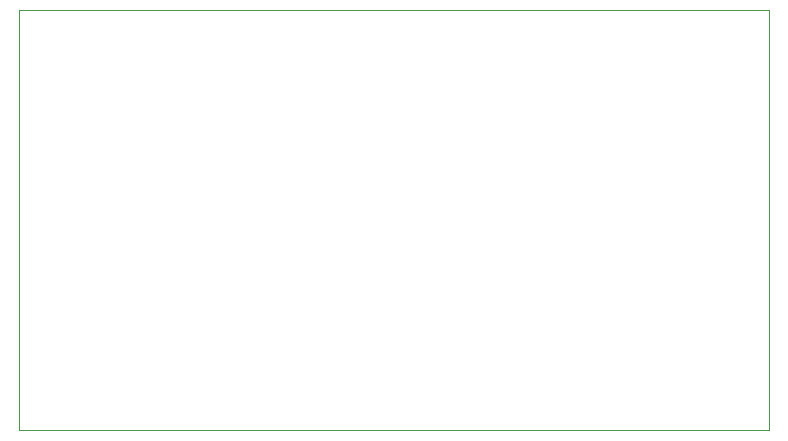
<source format=gbr>
%TF.GenerationSoftware,KiCad,Pcbnew,(5.1.9)-1*%
%TF.CreationDate,2021-11-10T12:24:04-07:00*%
%TF.ProjectId,ABSIS_Bulkhead_Connector,41425349-535f-4427-956c-6b686561645f,rev?*%
%TF.SameCoordinates,Original*%
%TF.FileFunction,Profile,NP*%
%FSLAX46Y46*%
G04 Gerber Fmt 4.6, Leading zero omitted, Abs format (unit mm)*
G04 Created by KiCad (PCBNEW (5.1.9)-1) date 2021-11-10 12:24:04*
%MOMM*%
%LPD*%
G01*
G04 APERTURE LIST*
%TA.AperFunction,Profile*%
%ADD10C,0.050000*%
%TD*%
G04 APERTURE END LIST*
D10*
X99060000Y-91440000D02*
X99060000Y-55880000D01*
X162560000Y-91440000D02*
X99060000Y-91440000D01*
X162560000Y-55880000D02*
X162560000Y-91440000D01*
X99060000Y-55880000D02*
X162560000Y-55880000D01*
M02*

</source>
